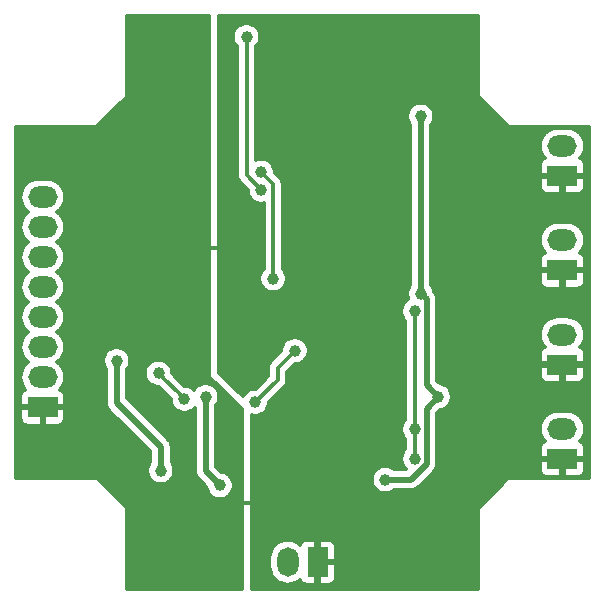
<source format=gbr>
G04 #@! TF.GenerationSoftware,KiCad,Pcbnew,(5.0.0)*
G04 #@! TF.CreationDate,2018-11-04T19:00:02+09:00*
G04 #@! TF.ProjectId,v4220m-eval,76343232306D5F636F6465632E6B6963,rev?*
G04 #@! TF.SameCoordinates,PX2d4cae0PY61c06a0*
G04 #@! TF.FileFunction,Copper,L2,Bot,Signal*
G04 #@! TF.FilePolarity,Positive*
%FSLAX46Y46*%
G04 Gerber Fmt 4.6, Leading zero omitted, Abs format (unit mm)*
G04 Created by KiCad (PCBNEW (5.0.0)) date 11/04/18 19:00:02*
%MOMM*%
%LPD*%
G01*
G04 APERTURE LIST*
G04 #@! TA.AperFunction,ComponentPad*
%ADD10R,2.500000X1.800000*%
G04 #@! TD*
G04 #@! TA.AperFunction,ComponentPad*
%ADD11O,2.500000X1.800000*%
G04 #@! TD*
G04 #@! TA.AperFunction,ComponentPad*
%ADD12O,1.800000X2.500000*%
G04 #@! TD*
G04 #@! TA.AperFunction,ComponentPad*
%ADD13R,1.800000X2.500000*%
G04 #@! TD*
G04 #@! TA.AperFunction,ViaPad*
%ADD14C,1.000000*%
G04 #@! TD*
G04 #@! TA.AperFunction,Conductor*
%ADD15C,0.300000*%
G04 #@! TD*
G04 #@! TA.AperFunction,Conductor*
%ADD16C,0.500000*%
G04 #@! TD*
G04 APERTURE END LIST*
D10*
G04 #@! TO.P,J4,1*
G04 #@! TO.N,GND*
X5500000Y18625000D03*
D11*
G04 #@! TO.P,J4,2*
G04 #@! TO.N,VDDF*
X5500000Y21165000D03*
G04 #@! TO.P,J4,3*
G04 #@! TO.N,/DOUT*
X5500000Y23705000D03*
G04 #@! TO.P,J4,4*
G04 #@! TO.N,/DIN*
X5500000Y26245000D03*
G04 #@! TO.P,J4,5*
G04 #@! TO.N,/SCLK*
X5500000Y28785000D03*
G04 #@! TO.P,J4,6*
G04 #@! TO.N,/LRCK*
X5500000Y31325000D03*
G04 #@! TO.P,J4,7*
G04 #@! TO.N,/XTI*
X5500000Y33865000D03*
G04 #@! TO.P,J4,8*
G04 #@! TO.N,/RSTN*
X5500000Y36405000D03*
G04 #@! TD*
D12*
G04 #@! TO.P,J1,2*
G04 #@! TO.N,/POWER*
X26235000Y5500000D03*
D13*
G04 #@! TO.P,J1,1*
G04 #@! TO.N,GNDA*
X28775000Y5500000D03*
G04 #@! TD*
D11*
G04 #@! TO.P,J2,2*
G04 #@! TO.N,/v4220m-eval_inputbuffer/ANALOG_LIN*
X49500000Y24770000D03*
D10*
G04 #@! TO.P,J2,1*
G04 #@! TO.N,GNDA*
X49500000Y22230000D03*
G04 #@! TD*
G04 #@! TO.P,J3,1*
G04 #@! TO.N,GNDA*
X49500000Y14240000D03*
D11*
G04 #@! TO.P,J3,2*
G04 #@! TO.N,/v4220m-eval_inputbuffer/ANALOG_RIN*
X49500000Y16780000D03*
G04 #@! TD*
G04 #@! TO.P,J5,2*
G04 #@! TO.N,/v4220m-eval_outputbuffer/ANALOG_LOUT*
X49500000Y40750000D03*
D10*
G04 #@! TO.P,J5,1*
G04 #@! TO.N,GNDA*
X49500000Y38210000D03*
G04 #@! TD*
G04 #@! TO.P,J6,1*
G04 #@! TO.N,GNDA*
X49500000Y30220000D03*
D11*
G04 #@! TO.P,J6,2*
G04 #@! TO.N,/v4220m-eval_outputbuffer/ANALOG_ROUT*
X49500000Y32760000D03*
G04 #@! TD*
D14*
G04 #@! TO.N,GNDA*
X34500000Y39300000D03*
X31250000Y39250000D03*
X27000000Y47000000D03*
X27000000Y43100000D03*
X35400000Y24200000D03*
X35400000Y34300000D03*
X25550000Y27700000D03*
X25000000Y51300000D03*
X29000000Y51300000D03*
X33000000Y51300000D03*
X39500000Y27250000D03*
X36750000Y4000000D03*
X32000000Y4000000D03*
X41500000Y4000000D03*
X41500000Y6500000D03*
X36750000Y6500000D03*
X34500000Y8500000D03*
X32000000Y6500000D03*
X39250000Y34250000D03*
X39000000Y41750000D03*
X30300000Y8600000D03*
X25300000Y17100000D03*
X21250000Y45000000D03*
X21250000Y48000000D03*
X21250000Y42000000D03*
X21250000Y39000000D03*
X21250000Y36000000D03*
X46500000Y33750000D03*
X41500000Y48250000D03*
X35750000Y49750000D03*
X39250000Y49750000D03*
X37500000Y51250000D03*
X41500000Y51250000D03*
X36000000Y46000002D03*
X39000000Y46000000D03*
X43000000Y43000000D03*
X46000000Y41500000D03*
X42500000Y33750000D03*
X42500000Y36500000D03*
X46500000Y36500000D03*
X39500000Y29000000D03*
X46750000Y29000000D03*
X46750000Y26500000D03*
X43000000Y29000000D03*
X43000000Y26500000D03*
X43250000Y18250000D03*
X43250000Y21250000D03*
X46000000Y21250000D03*
X46000000Y18250000D03*
X40500000Y18250000D03*
X40500000Y21250000D03*
X39500000Y13000000D03*
X43000000Y13000000D03*
X24300000Y8400000D03*
X24000000Y4000000D03*
X31250000Y13000000D03*
G04 #@! TO.N,VDDA*
X37500000Y28250000D03*
X39000000Y19500018D03*
X34500000Y12500000D03*
X37500000Y43249902D03*
G04 #@! TO.N,VDD*
X20500000Y12000000D03*
X19300000Y19500000D03*
G04 #@! TO.N,GND*
X13500000Y14250000D03*
X17500000Y14250000D03*
X18000000Y21250000D03*
X21499996Y14300000D03*
X7100000Y38900000D03*
X13500000Y4000000D03*
X17500000Y4000000D03*
X21500000Y4000000D03*
X21500000Y6500000D03*
X13500000Y6500000D03*
X17500000Y8500000D03*
X12500000Y11499998D03*
X4000000Y13500000D03*
X7000002Y13500000D03*
X10000000Y13500000D03*
X4000000Y16000000D03*
X7000000Y16000000D03*
X9500000Y20000000D03*
X10500000Y29000000D03*
X13500000Y51000002D03*
X18500000Y51000000D03*
X16000000Y51000000D03*
X18500000Y48000000D03*
X18500000Y45000000D03*
X18500000Y42000000D03*
X18500000Y39000000D03*
X18500000Y36000000D03*
X13500000Y48000000D03*
X13500000Y45000000D03*
X4000000Y41500000D03*
X4000000Y39000000D03*
X7000000Y41500000D03*
X10000002Y41500000D03*
X12000000Y43000002D03*
X9500000Y37000000D03*
X12000000Y37000000D03*
X15000000Y36000000D03*
G04 #@! TO.N,Net-(C20-Pad1)*
X37000000Y16750000D03*
X37000000Y14250000D03*
X37000000Y26750000D03*
G04 #@! TO.N,Net-(R6-Pad2)*
X17500000Y19300000D03*
X15299998Y21500000D03*
G04 #@! TO.N,Net-(R8-Pad2)*
X26850000Y23400000D03*
X23500000Y19050006D03*
G04 #@! TO.N,/v4220m-eval_outputbuffer/CODEC_LOUT_N*
X24011404Y37011404D03*
X22750000Y50000000D03*
G04 #@! TO.N,/v4220m-eval_outputbuffer/CODEC_ROUT_P*
X24000000Y38500000D03*
X25000000Y29500012D03*
G04 #@! TO.N,VDDF*
X11750000Y22575000D03*
X15500000Y13250000D03*
G04 #@! TD*
D15*
G04 #@! TO.N,*
X19260000Y32080000D02*
X20760000Y32080000D01*
X22000000Y10500000D02*
X23500000Y10500000D01*
D16*
G04 #@! TO.N,VDDA*
X35207106Y12500000D02*
X34500000Y12500000D01*
X36656002Y12500000D02*
X35207106Y12500000D01*
X38000000Y13843998D02*
X36656002Y12500000D01*
X39000000Y19500018D02*
X38000000Y18500018D01*
X38000000Y18500018D02*
X38000000Y13843998D01*
X38999982Y19500018D02*
X39000000Y19500018D01*
X38000000Y20500000D02*
X38999982Y19500018D01*
X37500000Y28250000D02*
X38000000Y27750000D01*
X38000000Y27750000D02*
X38000000Y20500000D01*
X37500000Y28250000D02*
X37500000Y43249902D01*
G04 #@! TO.N,VDD*
X19300000Y13200000D02*
X19300000Y19500000D01*
X20500000Y12000000D02*
X19300000Y13200000D01*
D15*
G04 #@! TO.N,Net-(C20-Pad1)*
X37000000Y16750000D02*
X37000000Y14250000D01*
X37000000Y16750000D02*
X37000000Y26750000D01*
G04 #@! TO.N,Net-(R6-Pad2)*
X15799997Y21000001D02*
X15299998Y21500000D01*
X17500000Y19300000D02*
X16999999Y19799999D01*
X16999999Y19799999D02*
X15799997Y21000001D01*
G04 #@! TO.N,Net-(R8-Pad2)*
X23500006Y19050006D02*
X23500000Y19050006D01*
X25400000Y20950000D02*
X23500006Y19050006D01*
X26850000Y23400000D02*
X25400000Y21950000D01*
X25400000Y21950000D02*
X25400000Y20950000D01*
G04 #@! TO.N,/v4220m-eval_outputbuffer/CODEC_LOUT_N*
X22750000Y49292894D02*
X22750000Y50000000D01*
X22750000Y38272808D02*
X22750000Y49292894D01*
X24011404Y37011404D02*
X22750000Y38272808D01*
G04 #@! TO.N,/v4220m-eval_outputbuffer/CODEC_ROUT_P*
X25000000Y30207118D02*
X25000000Y29500012D01*
X25000000Y37500000D02*
X25000000Y30207118D01*
X24000000Y38500000D02*
X25000000Y37500000D01*
D16*
G04 #@! TO.N,VDDF*
X11750000Y22575000D02*
X11750000Y19000000D01*
X11750000Y19000000D02*
X15500000Y15250000D01*
X15500000Y15250000D02*
X15500000Y13250000D01*
G04 #@! TD*
D15*
G04 #@! TO.N,GND*
G36*
X19550000Y21300000D02*
X19552882Y21270736D01*
X19561418Y21242597D01*
X19575280Y21216664D01*
X19593934Y21193934D01*
X22350000Y18437868D01*
X22350000Y3250000D01*
X12650000Y3250000D01*
X12650000Y10000000D01*
X12647118Y10029264D01*
X12638582Y10057403D01*
X12624720Y10083336D01*
X12606066Y10106066D01*
X10106066Y12606066D01*
X10083336Y12624720D01*
X10057403Y12638582D01*
X10029264Y12647118D01*
X10000000Y12650000D01*
X3250000Y12650000D01*
X3250000Y18362500D01*
X3600000Y18362500D01*
X3600000Y17660980D01*
X3624979Y17535402D01*
X3673978Y17417109D01*
X3745112Y17310649D01*
X3835649Y17220112D01*
X3942110Y17148977D01*
X4060402Y17099979D01*
X4185981Y17075000D01*
X5237500Y17075000D01*
X5400000Y17237500D01*
X5400000Y18525000D01*
X5600000Y18525000D01*
X5600000Y17237500D01*
X5762500Y17075000D01*
X6814019Y17075000D01*
X6939598Y17099979D01*
X7057890Y17148977D01*
X7164351Y17220112D01*
X7254888Y17310649D01*
X7326022Y17417109D01*
X7375021Y17535402D01*
X7400000Y17660980D01*
X7400000Y18362500D01*
X7237500Y18525000D01*
X5600000Y18525000D01*
X5400000Y18525000D01*
X3762500Y18525000D01*
X3600000Y18362500D01*
X3250000Y18362500D01*
X3250000Y36405000D01*
X3592501Y36405000D01*
X3622428Y36101147D01*
X3711059Y35808971D01*
X3854987Y35539700D01*
X4048682Y35303682D01*
X4254222Y35135000D01*
X4048682Y34966318D01*
X3854987Y34730300D01*
X3711059Y34461029D01*
X3622428Y34168853D01*
X3592501Y33865000D01*
X3622428Y33561147D01*
X3711059Y33268971D01*
X3854987Y32999700D01*
X4048682Y32763682D01*
X4254222Y32595000D01*
X4048682Y32426318D01*
X3854987Y32190300D01*
X3711059Y31921029D01*
X3622428Y31628853D01*
X3592501Y31325000D01*
X3622428Y31021147D01*
X3711059Y30728971D01*
X3854987Y30459700D01*
X4048682Y30223682D01*
X4254222Y30055000D01*
X4048682Y29886318D01*
X3854987Y29650300D01*
X3711059Y29381029D01*
X3622428Y29088853D01*
X3592501Y28785000D01*
X3622428Y28481147D01*
X3711059Y28188971D01*
X3854987Y27919700D01*
X4048682Y27683682D01*
X4254222Y27515000D01*
X4048682Y27346318D01*
X3854987Y27110300D01*
X3711059Y26841029D01*
X3622428Y26548853D01*
X3592501Y26245000D01*
X3622428Y25941147D01*
X3711059Y25648971D01*
X3854987Y25379700D01*
X4048682Y25143682D01*
X4254222Y24975000D01*
X4048682Y24806318D01*
X3854987Y24570300D01*
X3711059Y24301029D01*
X3622428Y24008853D01*
X3592501Y23705000D01*
X3622428Y23401147D01*
X3711059Y23108971D01*
X3854987Y22839700D01*
X4048682Y22603682D01*
X4254222Y22435000D01*
X4048682Y22266318D01*
X3854987Y22030300D01*
X3711059Y21761029D01*
X3622428Y21468853D01*
X3592501Y21165000D01*
X3622428Y20861147D01*
X3711059Y20568971D01*
X3854987Y20299700D01*
X3998775Y20124494D01*
X3942110Y20101023D01*
X3835649Y20029888D01*
X3745112Y19939351D01*
X3673978Y19832891D01*
X3624979Y19714598D01*
X3600000Y19589020D01*
X3600000Y18887500D01*
X3762500Y18725000D01*
X5400000Y18725000D01*
X5400000Y18745000D01*
X5600000Y18745000D01*
X5600000Y18725000D01*
X7237500Y18725000D01*
X7400000Y18887500D01*
X7400000Y19589020D01*
X7375021Y19714598D01*
X7326022Y19832891D01*
X7254888Y19939351D01*
X7164351Y20029888D01*
X7057890Y20101023D01*
X7001225Y20124494D01*
X7145013Y20299700D01*
X7288941Y20568971D01*
X7377572Y20861147D01*
X7407499Y21165000D01*
X7377572Y21468853D01*
X7288941Y21761029D01*
X7145013Y22030300D01*
X6951318Y22266318D01*
X6745778Y22435000D01*
X6951318Y22603682D01*
X7020733Y22688265D01*
X10600000Y22688265D01*
X10600000Y22461735D01*
X10644194Y22239557D01*
X10730884Y22030271D01*
X10850000Y21852000D01*
X10850001Y19044216D01*
X10845646Y19000000D01*
X10863023Y18823570D01*
X10914487Y18653919D01*
X10998057Y18497569D01*
X11082345Y18394863D01*
X11082348Y18394860D01*
X11110526Y18360525D01*
X11144861Y18332347D01*
X14600000Y14877208D01*
X14600001Y13973000D01*
X14480884Y13794729D01*
X14394194Y13585443D01*
X14350000Y13363265D01*
X14350000Y13136735D01*
X14394194Y12914557D01*
X14480884Y12705271D01*
X14606737Y12516918D01*
X14766918Y12356737D01*
X14955271Y12230884D01*
X15164557Y12144194D01*
X15386735Y12100000D01*
X15613265Y12100000D01*
X15835443Y12144194D01*
X16044729Y12230884D01*
X16233082Y12356737D01*
X16393263Y12516918D01*
X16519116Y12705271D01*
X16605806Y12914557D01*
X16650000Y13136735D01*
X16650000Y13363265D01*
X16605806Y13585443D01*
X16519116Y13794729D01*
X16400000Y13972999D01*
X16400000Y15205793D01*
X16404354Y15250000D01*
X16386977Y15426431D01*
X16335514Y15596080D01*
X16335514Y15596081D01*
X16251943Y15752432D01*
X16139475Y15889475D01*
X16105136Y15917656D01*
X12650000Y19372792D01*
X12650000Y21613265D01*
X14149998Y21613265D01*
X14149998Y21386735D01*
X14194192Y21164557D01*
X14280882Y20955271D01*
X14406735Y20766918D01*
X14566916Y20606737D01*
X14755269Y20480884D01*
X14964555Y20394194D01*
X15186733Y20350000D01*
X15318628Y20350000D01*
X16350000Y19318627D01*
X16350000Y19186735D01*
X16394194Y18964557D01*
X16480884Y18755271D01*
X16606737Y18566918D01*
X16766918Y18406737D01*
X16955271Y18280884D01*
X17164557Y18194194D01*
X17386735Y18150000D01*
X17613265Y18150000D01*
X17835443Y18194194D01*
X18044729Y18280884D01*
X18233082Y18406737D01*
X18393263Y18566918D01*
X18400001Y18577002D01*
X18400000Y13244207D01*
X18395646Y13200000D01*
X18413023Y13023570D01*
X18464486Y12853920D01*
X18548057Y12697569D01*
X18660525Y12560525D01*
X18694865Y12532343D01*
X19352366Y11874842D01*
X19394194Y11664557D01*
X19480884Y11455271D01*
X19606737Y11266918D01*
X19766918Y11106737D01*
X19955271Y10980884D01*
X20164557Y10894194D01*
X20386735Y10850000D01*
X20613265Y10850000D01*
X20835443Y10894194D01*
X21044729Y10980884D01*
X21233082Y11106737D01*
X21393263Y11266918D01*
X21519116Y11455271D01*
X21605806Y11664557D01*
X21650000Y11886735D01*
X21650000Y12113265D01*
X21605806Y12335443D01*
X21519116Y12544729D01*
X21393263Y12733082D01*
X21233082Y12893263D01*
X21044729Y13019116D01*
X20835443Y13105806D01*
X20625158Y13147634D01*
X20200000Y13572792D01*
X20200000Y18777001D01*
X20319116Y18955271D01*
X20405806Y19164557D01*
X20450000Y19386735D01*
X20450000Y19613265D01*
X20405806Y19835443D01*
X20319116Y20044729D01*
X20193263Y20233082D01*
X20033082Y20393263D01*
X19844729Y20519116D01*
X19635443Y20605806D01*
X19413265Y20650000D01*
X19186735Y20650000D01*
X18964557Y20605806D01*
X18755271Y20519116D01*
X18566918Y20393263D01*
X18406737Y20233082D01*
X18321231Y20105114D01*
X18233082Y20193263D01*
X18044729Y20319116D01*
X17835443Y20405806D01*
X17613265Y20450000D01*
X17481369Y20450000D01*
X16449998Y21481370D01*
X16449998Y21613265D01*
X16405804Y21835443D01*
X16319114Y22044729D01*
X16193261Y22233082D01*
X16033080Y22393263D01*
X15844727Y22519116D01*
X15635441Y22605806D01*
X15413263Y22650000D01*
X15186733Y22650000D01*
X14964555Y22605806D01*
X14755269Y22519116D01*
X14566916Y22393263D01*
X14406735Y22233082D01*
X14280882Y22044729D01*
X14194192Y21835443D01*
X14149998Y21613265D01*
X12650000Y21613265D01*
X12650000Y21852001D01*
X12769116Y22030271D01*
X12855806Y22239557D01*
X12900000Y22461735D01*
X12900000Y22688265D01*
X12855806Y22910443D01*
X12769116Y23119729D01*
X12643263Y23308082D01*
X12483082Y23468263D01*
X12294729Y23594116D01*
X12085443Y23680806D01*
X11863265Y23725000D01*
X11636735Y23725000D01*
X11414557Y23680806D01*
X11205271Y23594116D01*
X11016918Y23468263D01*
X10856737Y23308082D01*
X10730884Y23119729D01*
X10644194Y22910443D01*
X10600000Y22688265D01*
X7020733Y22688265D01*
X7145013Y22839700D01*
X7288941Y23108971D01*
X7377572Y23401147D01*
X7407499Y23705000D01*
X7377572Y24008853D01*
X7288941Y24301029D01*
X7145013Y24570300D01*
X6951318Y24806318D01*
X6745778Y24975000D01*
X6951318Y25143682D01*
X7145013Y25379700D01*
X7288941Y25648971D01*
X7377572Y25941147D01*
X7407499Y26245000D01*
X7377572Y26548853D01*
X7288941Y26841029D01*
X7145013Y27110300D01*
X6951318Y27346318D01*
X6745778Y27515000D01*
X6951318Y27683682D01*
X7145013Y27919700D01*
X7288941Y28188971D01*
X7377572Y28481147D01*
X7407499Y28785000D01*
X7377572Y29088853D01*
X7288941Y29381029D01*
X7145013Y29650300D01*
X6951318Y29886318D01*
X6745778Y30055000D01*
X6951318Y30223682D01*
X7145013Y30459700D01*
X7288941Y30728971D01*
X7377572Y31021147D01*
X7407499Y31325000D01*
X7377572Y31628853D01*
X7288941Y31921029D01*
X7145013Y32190300D01*
X6951318Y32426318D01*
X6745778Y32595000D01*
X6951318Y32763682D01*
X7145013Y32999700D01*
X7288941Y33268971D01*
X7377572Y33561147D01*
X7407499Y33865000D01*
X7377572Y34168853D01*
X7288941Y34461029D01*
X7145013Y34730300D01*
X6951318Y34966318D01*
X6745778Y35135000D01*
X6951318Y35303682D01*
X7145013Y35539700D01*
X7288941Y35808971D01*
X7377572Y36101147D01*
X7407499Y36405000D01*
X7377572Y36708853D01*
X7288941Y37001029D01*
X7145013Y37270300D01*
X6951318Y37506318D01*
X6715300Y37700013D01*
X6446029Y37843941D01*
X6153853Y37932572D01*
X5926138Y37955000D01*
X5073862Y37955000D01*
X4846147Y37932572D01*
X4553971Y37843941D01*
X4284700Y37700013D01*
X4048682Y37506318D01*
X3854987Y37270300D01*
X3711059Y37001029D01*
X3622428Y36708853D01*
X3592501Y36405000D01*
X3250000Y36405000D01*
X3250000Y42350000D01*
X10000000Y42350000D01*
X10029264Y42352882D01*
X10057403Y42361418D01*
X10083336Y42375280D01*
X10106066Y42393934D01*
X12606066Y44893934D01*
X12624720Y44916664D01*
X12638582Y44942597D01*
X12647118Y44970736D01*
X12650000Y45000000D01*
X12650000Y51750000D01*
X19550000Y51750000D01*
X19550000Y21300000D01*
X19550000Y21300000D01*
G37*
X19550000Y21300000D02*
X19552882Y21270736D01*
X19561418Y21242597D01*
X19575280Y21216664D01*
X19593934Y21193934D01*
X22350000Y18437868D01*
X22350000Y3250000D01*
X12650000Y3250000D01*
X12650000Y10000000D01*
X12647118Y10029264D01*
X12638582Y10057403D01*
X12624720Y10083336D01*
X12606066Y10106066D01*
X10106066Y12606066D01*
X10083336Y12624720D01*
X10057403Y12638582D01*
X10029264Y12647118D01*
X10000000Y12650000D01*
X3250000Y12650000D01*
X3250000Y18362500D01*
X3600000Y18362500D01*
X3600000Y17660980D01*
X3624979Y17535402D01*
X3673978Y17417109D01*
X3745112Y17310649D01*
X3835649Y17220112D01*
X3942110Y17148977D01*
X4060402Y17099979D01*
X4185981Y17075000D01*
X5237500Y17075000D01*
X5400000Y17237500D01*
X5400000Y18525000D01*
X5600000Y18525000D01*
X5600000Y17237500D01*
X5762500Y17075000D01*
X6814019Y17075000D01*
X6939598Y17099979D01*
X7057890Y17148977D01*
X7164351Y17220112D01*
X7254888Y17310649D01*
X7326022Y17417109D01*
X7375021Y17535402D01*
X7400000Y17660980D01*
X7400000Y18362500D01*
X7237500Y18525000D01*
X5600000Y18525000D01*
X5400000Y18525000D01*
X3762500Y18525000D01*
X3600000Y18362500D01*
X3250000Y18362500D01*
X3250000Y36405000D01*
X3592501Y36405000D01*
X3622428Y36101147D01*
X3711059Y35808971D01*
X3854987Y35539700D01*
X4048682Y35303682D01*
X4254222Y35135000D01*
X4048682Y34966318D01*
X3854987Y34730300D01*
X3711059Y34461029D01*
X3622428Y34168853D01*
X3592501Y33865000D01*
X3622428Y33561147D01*
X3711059Y33268971D01*
X3854987Y32999700D01*
X4048682Y32763682D01*
X4254222Y32595000D01*
X4048682Y32426318D01*
X3854987Y32190300D01*
X3711059Y31921029D01*
X3622428Y31628853D01*
X3592501Y31325000D01*
X3622428Y31021147D01*
X3711059Y30728971D01*
X3854987Y30459700D01*
X4048682Y30223682D01*
X4254222Y30055000D01*
X4048682Y29886318D01*
X3854987Y29650300D01*
X3711059Y29381029D01*
X3622428Y29088853D01*
X3592501Y28785000D01*
X3622428Y28481147D01*
X3711059Y28188971D01*
X3854987Y27919700D01*
X4048682Y27683682D01*
X4254222Y27515000D01*
X4048682Y27346318D01*
X3854987Y27110300D01*
X3711059Y26841029D01*
X3622428Y26548853D01*
X3592501Y26245000D01*
X3622428Y25941147D01*
X3711059Y25648971D01*
X3854987Y25379700D01*
X4048682Y25143682D01*
X4254222Y24975000D01*
X4048682Y24806318D01*
X3854987Y24570300D01*
X3711059Y24301029D01*
X3622428Y24008853D01*
X3592501Y23705000D01*
X3622428Y23401147D01*
X3711059Y23108971D01*
X3854987Y22839700D01*
X4048682Y22603682D01*
X4254222Y22435000D01*
X4048682Y22266318D01*
X3854987Y22030300D01*
X3711059Y21761029D01*
X3622428Y21468853D01*
X3592501Y21165000D01*
X3622428Y20861147D01*
X3711059Y20568971D01*
X3854987Y20299700D01*
X3998775Y20124494D01*
X3942110Y20101023D01*
X3835649Y20029888D01*
X3745112Y19939351D01*
X3673978Y19832891D01*
X3624979Y19714598D01*
X3600000Y19589020D01*
X3600000Y18887500D01*
X3762500Y18725000D01*
X5400000Y18725000D01*
X5400000Y18745000D01*
X5600000Y18745000D01*
X5600000Y18725000D01*
X7237500Y18725000D01*
X7400000Y18887500D01*
X7400000Y19589020D01*
X7375021Y19714598D01*
X7326022Y19832891D01*
X7254888Y19939351D01*
X7164351Y20029888D01*
X7057890Y20101023D01*
X7001225Y20124494D01*
X7145013Y20299700D01*
X7288941Y20568971D01*
X7377572Y20861147D01*
X7407499Y21165000D01*
X7377572Y21468853D01*
X7288941Y21761029D01*
X7145013Y22030300D01*
X6951318Y22266318D01*
X6745778Y22435000D01*
X6951318Y22603682D01*
X7020733Y22688265D01*
X10600000Y22688265D01*
X10600000Y22461735D01*
X10644194Y22239557D01*
X10730884Y22030271D01*
X10850000Y21852000D01*
X10850001Y19044216D01*
X10845646Y19000000D01*
X10863023Y18823570D01*
X10914487Y18653919D01*
X10998057Y18497569D01*
X11082345Y18394863D01*
X11082348Y18394860D01*
X11110526Y18360525D01*
X11144861Y18332347D01*
X14600000Y14877208D01*
X14600001Y13973000D01*
X14480884Y13794729D01*
X14394194Y13585443D01*
X14350000Y13363265D01*
X14350000Y13136735D01*
X14394194Y12914557D01*
X14480884Y12705271D01*
X14606737Y12516918D01*
X14766918Y12356737D01*
X14955271Y12230884D01*
X15164557Y12144194D01*
X15386735Y12100000D01*
X15613265Y12100000D01*
X15835443Y12144194D01*
X16044729Y12230884D01*
X16233082Y12356737D01*
X16393263Y12516918D01*
X16519116Y12705271D01*
X16605806Y12914557D01*
X16650000Y13136735D01*
X16650000Y13363265D01*
X16605806Y13585443D01*
X16519116Y13794729D01*
X16400000Y13972999D01*
X16400000Y15205793D01*
X16404354Y15250000D01*
X16386977Y15426431D01*
X16335514Y15596080D01*
X16335514Y15596081D01*
X16251943Y15752432D01*
X16139475Y15889475D01*
X16105136Y15917656D01*
X12650000Y19372792D01*
X12650000Y21613265D01*
X14149998Y21613265D01*
X14149998Y21386735D01*
X14194192Y21164557D01*
X14280882Y20955271D01*
X14406735Y20766918D01*
X14566916Y20606737D01*
X14755269Y20480884D01*
X14964555Y20394194D01*
X15186733Y20350000D01*
X15318628Y20350000D01*
X16350000Y19318627D01*
X16350000Y19186735D01*
X16394194Y18964557D01*
X16480884Y18755271D01*
X16606737Y18566918D01*
X16766918Y18406737D01*
X16955271Y18280884D01*
X17164557Y18194194D01*
X17386735Y18150000D01*
X17613265Y18150000D01*
X17835443Y18194194D01*
X18044729Y18280884D01*
X18233082Y18406737D01*
X18393263Y18566918D01*
X18400001Y18577002D01*
X18400000Y13244207D01*
X18395646Y13200000D01*
X18413023Y13023570D01*
X18464486Y12853920D01*
X18548057Y12697569D01*
X18660525Y12560525D01*
X18694865Y12532343D01*
X19352366Y11874842D01*
X19394194Y11664557D01*
X19480884Y11455271D01*
X19606737Y11266918D01*
X19766918Y11106737D01*
X19955271Y10980884D01*
X20164557Y10894194D01*
X20386735Y10850000D01*
X20613265Y10850000D01*
X20835443Y10894194D01*
X21044729Y10980884D01*
X21233082Y11106737D01*
X21393263Y11266918D01*
X21519116Y11455271D01*
X21605806Y11664557D01*
X21650000Y11886735D01*
X21650000Y12113265D01*
X21605806Y12335443D01*
X21519116Y12544729D01*
X21393263Y12733082D01*
X21233082Y12893263D01*
X21044729Y13019116D01*
X20835443Y13105806D01*
X20625158Y13147634D01*
X20200000Y13572792D01*
X20200000Y18777001D01*
X20319116Y18955271D01*
X20405806Y19164557D01*
X20450000Y19386735D01*
X20450000Y19613265D01*
X20405806Y19835443D01*
X20319116Y20044729D01*
X20193263Y20233082D01*
X20033082Y20393263D01*
X19844729Y20519116D01*
X19635443Y20605806D01*
X19413265Y20650000D01*
X19186735Y20650000D01*
X18964557Y20605806D01*
X18755271Y20519116D01*
X18566918Y20393263D01*
X18406737Y20233082D01*
X18321231Y20105114D01*
X18233082Y20193263D01*
X18044729Y20319116D01*
X17835443Y20405806D01*
X17613265Y20450000D01*
X17481369Y20450000D01*
X16449998Y21481370D01*
X16449998Y21613265D01*
X16405804Y21835443D01*
X16319114Y22044729D01*
X16193261Y22233082D01*
X16033080Y22393263D01*
X15844727Y22519116D01*
X15635441Y22605806D01*
X15413263Y22650000D01*
X15186733Y22650000D01*
X14964555Y22605806D01*
X14755269Y22519116D01*
X14566916Y22393263D01*
X14406735Y22233082D01*
X14280882Y22044729D01*
X14194192Y21835443D01*
X14149998Y21613265D01*
X12650000Y21613265D01*
X12650000Y21852001D01*
X12769116Y22030271D01*
X12855806Y22239557D01*
X12900000Y22461735D01*
X12900000Y22688265D01*
X12855806Y22910443D01*
X12769116Y23119729D01*
X12643263Y23308082D01*
X12483082Y23468263D01*
X12294729Y23594116D01*
X12085443Y23680806D01*
X11863265Y23725000D01*
X11636735Y23725000D01*
X11414557Y23680806D01*
X11205271Y23594116D01*
X11016918Y23468263D01*
X10856737Y23308082D01*
X10730884Y23119729D01*
X10644194Y22910443D01*
X10600000Y22688265D01*
X7020733Y22688265D01*
X7145013Y22839700D01*
X7288941Y23108971D01*
X7377572Y23401147D01*
X7407499Y23705000D01*
X7377572Y24008853D01*
X7288941Y24301029D01*
X7145013Y24570300D01*
X6951318Y24806318D01*
X6745778Y24975000D01*
X6951318Y25143682D01*
X7145013Y25379700D01*
X7288941Y25648971D01*
X7377572Y25941147D01*
X7407499Y26245000D01*
X7377572Y26548853D01*
X7288941Y26841029D01*
X7145013Y27110300D01*
X6951318Y27346318D01*
X6745778Y27515000D01*
X6951318Y27683682D01*
X7145013Y27919700D01*
X7288941Y28188971D01*
X7377572Y28481147D01*
X7407499Y28785000D01*
X7377572Y29088853D01*
X7288941Y29381029D01*
X7145013Y29650300D01*
X6951318Y29886318D01*
X6745778Y30055000D01*
X6951318Y30223682D01*
X7145013Y30459700D01*
X7288941Y30728971D01*
X7377572Y31021147D01*
X7407499Y31325000D01*
X7377572Y31628853D01*
X7288941Y31921029D01*
X7145013Y32190300D01*
X6951318Y32426318D01*
X6745778Y32595000D01*
X6951318Y32763682D01*
X7145013Y32999700D01*
X7288941Y33268971D01*
X7377572Y33561147D01*
X7407499Y33865000D01*
X7377572Y34168853D01*
X7288941Y34461029D01*
X7145013Y34730300D01*
X6951318Y34966318D01*
X6745778Y35135000D01*
X6951318Y35303682D01*
X7145013Y35539700D01*
X7288941Y35808971D01*
X7377572Y36101147D01*
X7407499Y36405000D01*
X7377572Y36708853D01*
X7288941Y37001029D01*
X7145013Y37270300D01*
X6951318Y37506318D01*
X6715300Y37700013D01*
X6446029Y37843941D01*
X6153853Y37932572D01*
X5926138Y37955000D01*
X5073862Y37955000D01*
X4846147Y37932572D01*
X4553971Y37843941D01*
X4284700Y37700013D01*
X4048682Y37506318D01*
X3854987Y37270300D01*
X3711059Y37001029D01*
X3622428Y36708853D01*
X3592501Y36405000D01*
X3250000Y36405000D01*
X3250000Y42350000D01*
X10000000Y42350000D01*
X10029264Y42352882D01*
X10057403Y42361418D01*
X10083336Y42375280D01*
X10106066Y42393934D01*
X12606066Y44893934D01*
X12624720Y44916664D01*
X12638582Y44942597D01*
X12647118Y44970736D01*
X12650000Y45000000D01*
X12650000Y51750000D01*
X19550000Y51750000D01*
X19550000Y21300000D01*
G04 #@! TO.N,GNDA*
G36*
X42350000Y45000000D02*
X42352882Y44970736D01*
X42361418Y44942597D01*
X42375280Y44916664D01*
X42393934Y44893934D01*
X44893934Y42393934D01*
X44916664Y42375280D01*
X44942597Y42361418D01*
X44970736Y42352882D01*
X45000000Y42350000D01*
X51750001Y42350000D01*
X51750000Y12650000D01*
X45000000Y12650000D01*
X44970736Y12647118D01*
X44942597Y12638582D01*
X44916664Y12624720D01*
X44893934Y12606066D01*
X42393934Y10106066D01*
X42375280Y10083336D01*
X42361418Y10057403D01*
X42352882Y10029264D01*
X42350000Y10000000D01*
X42350000Y3250000D01*
X23250000Y3250000D01*
X23250000Y5926138D01*
X24685000Y5926138D01*
X24685000Y5073863D01*
X24707428Y4846148D01*
X24796059Y4553972D01*
X24939987Y4284701D01*
X25133682Y4048682D01*
X25369700Y3854987D01*
X25638971Y3711059D01*
X25931147Y3622428D01*
X26235000Y3592501D01*
X26538852Y3622428D01*
X26831028Y3711059D01*
X27100299Y3854987D01*
X27275506Y3998775D01*
X27298977Y3942110D01*
X27370112Y3835649D01*
X27460649Y3745112D01*
X27567109Y3673978D01*
X27685402Y3624979D01*
X27810980Y3600000D01*
X28512500Y3600000D01*
X28675000Y3762500D01*
X28675000Y5400000D01*
X28875000Y5400000D01*
X28875000Y3762500D01*
X29037500Y3600000D01*
X29739020Y3600000D01*
X29864598Y3624979D01*
X29982891Y3673978D01*
X30089351Y3745112D01*
X30179888Y3835649D01*
X30251023Y3942110D01*
X30300021Y4060402D01*
X30325000Y4185981D01*
X30325000Y5237500D01*
X30162500Y5400000D01*
X28875000Y5400000D01*
X28675000Y5400000D01*
X28655000Y5400000D01*
X28655000Y5600000D01*
X28675000Y5600000D01*
X28675000Y7237500D01*
X28875000Y7237500D01*
X28875000Y5600000D01*
X30162500Y5600000D01*
X30325000Y5762500D01*
X30325000Y6814019D01*
X30300021Y6939598D01*
X30251023Y7057890D01*
X30179888Y7164351D01*
X30089351Y7254888D01*
X29982891Y7326022D01*
X29864598Y7375021D01*
X29739020Y7400000D01*
X29037500Y7400000D01*
X28875000Y7237500D01*
X28675000Y7237500D01*
X28512500Y7400000D01*
X27810980Y7400000D01*
X27685402Y7375021D01*
X27567109Y7326022D01*
X27460649Y7254888D01*
X27370112Y7164351D01*
X27298977Y7057890D01*
X27275506Y7001225D01*
X27100300Y7145013D01*
X26831029Y7288941D01*
X26538853Y7377572D01*
X26235000Y7407499D01*
X25931148Y7377572D01*
X25638972Y7288941D01*
X25369701Y7145013D01*
X25133682Y6951318D01*
X24939987Y6715300D01*
X24796059Y6446029D01*
X24707428Y6153853D01*
X24685000Y5926138D01*
X23250000Y5926138D01*
X23250000Y12613265D01*
X33350000Y12613265D01*
X33350000Y12386735D01*
X33394194Y12164557D01*
X33480884Y11955271D01*
X33606737Y11766918D01*
X33766918Y11606737D01*
X33955271Y11480884D01*
X34164557Y11394194D01*
X34386735Y11350000D01*
X34613265Y11350000D01*
X34835443Y11394194D01*
X35044729Y11480884D01*
X35222999Y11600000D01*
X36611796Y11600000D01*
X36656002Y11595646D01*
X36700208Y11600000D01*
X36700209Y11600000D01*
X36832433Y11613023D01*
X37002083Y11664486D01*
X37158434Y11748057D01*
X37295477Y11860525D01*
X37323659Y11894865D01*
X38605140Y13176345D01*
X38639475Y13204523D01*
X38678392Y13251943D01*
X38751942Y13341565D01*
X38770578Y13376430D01*
X38835514Y13497917D01*
X38886977Y13667567D01*
X38900000Y13799791D01*
X38900000Y13799793D01*
X38904354Y13843997D01*
X38900000Y13888201D01*
X38900000Y13977500D01*
X47600000Y13977500D01*
X47600000Y13275980D01*
X47624979Y13150402D01*
X47673978Y13032109D01*
X47745112Y12925649D01*
X47835649Y12835112D01*
X47942110Y12763977D01*
X48060402Y12714979D01*
X48185981Y12690000D01*
X49237500Y12690000D01*
X49400000Y12852500D01*
X49400000Y14140000D01*
X49600000Y14140000D01*
X49600000Y12852500D01*
X49762500Y12690000D01*
X50814019Y12690000D01*
X50939598Y12714979D01*
X51057890Y12763977D01*
X51164351Y12835112D01*
X51254888Y12925649D01*
X51326022Y13032109D01*
X51375021Y13150402D01*
X51400000Y13275980D01*
X51400000Y13977500D01*
X51237500Y14140000D01*
X49600000Y14140000D01*
X49400000Y14140000D01*
X47762500Y14140000D01*
X47600000Y13977500D01*
X38900000Y13977500D01*
X38900000Y16780000D01*
X47592501Y16780000D01*
X47622428Y16476147D01*
X47711059Y16183971D01*
X47854987Y15914700D01*
X47998775Y15739494D01*
X47942110Y15716023D01*
X47835649Y15644888D01*
X47745112Y15554351D01*
X47673978Y15447891D01*
X47624979Y15329598D01*
X47600000Y15204020D01*
X47600000Y14502500D01*
X47762500Y14340000D01*
X49400000Y14340000D01*
X49400000Y14360000D01*
X49600000Y14360000D01*
X49600000Y14340000D01*
X51237500Y14340000D01*
X51400000Y14502500D01*
X51400000Y15204020D01*
X51375021Y15329598D01*
X51326022Y15447891D01*
X51254888Y15554351D01*
X51164351Y15644888D01*
X51057890Y15716023D01*
X51001225Y15739494D01*
X51145013Y15914700D01*
X51288941Y16183971D01*
X51377572Y16476147D01*
X51407499Y16780000D01*
X51377572Y17083853D01*
X51288941Y17376029D01*
X51145013Y17645300D01*
X50951318Y17881318D01*
X50715300Y18075013D01*
X50446029Y18218941D01*
X50153853Y18307572D01*
X49926138Y18330000D01*
X49073862Y18330000D01*
X48846147Y18307572D01*
X48553971Y18218941D01*
X48284700Y18075013D01*
X48048682Y17881318D01*
X47854987Y17645300D01*
X47711059Y17376029D01*
X47622428Y17083853D01*
X47592501Y16780000D01*
X38900000Y16780000D01*
X38900000Y18127226D01*
X39125158Y18352384D01*
X39335443Y18394212D01*
X39544729Y18480902D01*
X39733082Y18606755D01*
X39893263Y18766936D01*
X40019116Y18955289D01*
X40105806Y19164575D01*
X40150000Y19386753D01*
X40150000Y19613283D01*
X40105806Y19835461D01*
X40019116Y20044747D01*
X39893263Y20233100D01*
X39733082Y20393281D01*
X39544729Y20519134D01*
X39335443Y20605824D01*
X39125136Y20647657D01*
X38900000Y20872792D01*
X38900000Y21967500D01*
X47600000Y21967500D01*
X47600000Y21265980D01*
X47624979Y21140402D01*
X47673978Y21022109D01*
X47745112Y20915649D01*
X47835649Y20825112D01*
X47942110Y20753977D01*
X48060402Y20704979D01*
X48185981Y20680000D01*
X49237500Y20680000D01*
X49400000Y20842500D01*
X49400000Y22130000D01*
X49600000Y22130000D01*
X49600000Y20842500D01*
X49762500Y20680000D01*
X50814019Y20680000D01*
X50939598Y20704979D01*
X51057890Y20753977D01*
X51164351Y20825112D01*
X51254888Y20915649D01*
X51326022Y21022109D01*
X51375021Y21140402D01*
X51400000Y21265980D01*
X51400000Y21967500D01*
X51237500Y22130000D01*
X49600000Y22130000D01*
X49400000Y22130000D01*
X47762500Y22130000D01*
X47600000Y21967500D01*
X38900000Y21967500D01*
X38900000Y24770000D01*
X47592501Y24770000D01*
X47622428Y24466147D01*
X47711059Y24173971D01*
X47854987Y23904700D01*
X47998775Y23729494D01*
X47942110Y23706023D01*
X47835649Y23634888D01*
X47745112Y23544351D01*
X47673978Y23437891D01*
X47624979Y23319598D01*
X47600000Y23194020D01*
X47600000Y22492500D01*
X47762500Y22330000D01*
X49400000Y22330000D01*
X49400000Y22350000D01*
X49600000Y22350000D01*
X49600000Y22330000D01*
X51237500Y22330000D01*
X51400000Y22492500D01*
X51400000Y23194020D01*
X51375021Y23319598D01*
X51326022Y23437891D01*
X51254888Y23544351D01*
X51164351Y23634888D01*
X51057890Y23706023D01*
X51001225Y23729494D01*
X51145013Y23904700D01*
X51288941Y24173971D01*
X51377572Y24466147D01*
X51407499Y24770000D01*
X51377572Y25073853D01*
X51288941Y25366029D01*
X51145013Y25635300D01*
X50951318Y25871318D01*
X50715300Y26065013D01*
X50446029Y26208941D01*
X50153853Y26297572D01*
X49926138Y26320000D01*
X49073862Y26320000D01*
X48846147Y26297572D01*
X48553971Y26208941D01*
X48284700Y26065013D01*
X48048682Y25871318D01*
X47854987Y25635300D01*
X47711059Y25366029D01*
X47622428Y25073853D01*
X47592501Y24770000D01*
X38900000Y24770000D01*
X38900000Y27705793D01*
X38904354Y27750000D01*
X38886977Y27926431D01*
X38835514Y28096081D01*
X38751943Y28252432D01*
X38646486Y28380932D01*
X38605806Y28585443D01*
X38519116Y28794729D01*
X38400000Y28972999D01*
X38400000Y29957500D01*
X47600000Y29957500D01*
X47600000Y29255980D01*
X47624979Y29130402D01*
X47673978Y29012109D01*
X47745112Y28905649D01*
X47835649Y28815112D01*
X47942110Y28743977D01*
X48060402Y28694979D01*
X48185981Y28670000D01*
X49237500Y28670000D01*
X49400000Y28832500D01*
X49400000Y30120000D01*
X49600000Y30120000D01*
X49600000Y28832500D01*
X49762500Y28670000D01*
X50814019Y28670000D01*
X50939598Y28694979D01*
X51057890Y28743977D01*
X51164351Y28815112D01*
X51254888Y28905649D01*
X51326022Y29012109D01*
X51375021Y29130402D01*
X51400000Y29255980D01*
X51400000Y29957500D01*
X51237500Y30120000D01*
X49600000Y30120000D01*
X49400000Y30120000D01*
X47762500Y30120000D01*
X47600000Y29957500D01*
X38400000Y29957500D01*
X38400000Y32760000D01*
X47592501Y32760000D01*
X47622428Y32456147D01*
X47711059Y32163971D01*
X47854987Y31894700D01*
X47998775Y31719494D01*
X47942110Y31696023D01*
X47835649Y31624888D01*
X47745112Y31534351D01*
X47673978Y31427891D01*
X47624979Y31309598D01*
X47600000Y31184020D01*
X47600000Y30482500D01*
X47762500Y30320000D01*
X49400000Y30320000D01*
X49400000Y30340000D01*
X49600000Y30340000D01*
X49600000Y30320000D01*
X51237500Y30320000D01*
X51400000Y30482500D01*
X51400000Y31184020D01*
X51375021Y31309598D01*
X51326022Y31427891D01*
X51254888Y31534351D01*
X51164351Y31624888D01*
X51057890Y31696023D01*
X51001225Y31719494D01*
X51145013Y31894700D01*
X51288941Y32163971D01*
X51377572Y32456147D01*
X51407499Y32760000D01*
X51377572Y33063853D01*
X51288941Y33356029D01*
X51145013Y33625300D01*
X50951318Y33861318D01*
X50715300Y34055013D01*
X50446029Y34198941D01*
X50153853Y34287572D01*
X49926138Y34310000D01*
X49073862Y34310000D01*
X48846147Y34287572D01*
X48553971Y34198941D01*
X48284700Y34055013D01*
X48048682Y33861318D01*
X47854987Y33625300D01*
X47711059Y33356029D01*
X47622428Y33063853D01*
X47592501Y32760000D01*
X38400000Y32760000D01*
X38400000Y37947500D01*
X47600000Y37947500D01*
X47600000Y37245980D01*
X47624979Y37120402D01*
X47673978Y37002109D01*
X47745112Y36895649D01*
X47835649Y36805112D01*
X47942110Y36733977D01*
X48060402Y36684979D01*
X48185981Y36660000D01*
X49237500Y36660000D01*
X49400000Y36822500D01*
X49400000Y38110000D01*
X49600000Y38110000D01*
X49600000Y36822500D01*
X49762500Y36660000D01*
X50814019Y36660000D01*
X50939598Y36684979D01*
X51057890Y36733977D01*
X51164351Y36805112D01*
X51254888Y36895649D01*
X51326022Y37002109D01*
X51375021Y37120402D01*
X51400000Y37245980D01*
X51400000Y37947500D01*
X51237500Y38110000D01*
X49600000Y38110000D01*
X49400000Y38110000D01*
X47762500Y38110000D01*
X47600000Y37947500D01*
X38400000Y37947500D01*
X38400000Y40750000D01*
X47592501Y40750000D01*
X47622428Y40446147D01*
X47711059Y40153971D01*
X47854987Y39884700D01*
X47998775Y39709494D01*
X47942110Y39686023D01*
X47835649Y39614888D01*
X47745112Y39524351D01*
X47673978Y39417891D01*
X47624979Y39299598D01*
X47600000Y39174020D01*
X47600000Y38472500D01*
X47762500Y38310000D01*
X49400000Y38310000D01*
X49400000Y38330000D01*
X49600000Y38330000D01*
X49600000Y38310000D01*
X51237500Y38310000D01*
X51400000Y38472500D01*
X51400000Y39174020D01*
X51375021Y39299598D01*
X51326022Y39417891D01*
X51254888Y39524351D01*
X51164351Y39614888D01*
X51057890Y39686023D01*
X51001225Y39709494D01*
X51145013Y39884700D01*
X51288941Y40153971D01*
X51377572Y40446147D01*
X51407499Y40750000D01*
X51377572Y41053853D01*
X51288941Y41346029D01*
X51145013Y41615300D01*
X50951318Y41851318D01*
X50715300Y42045013D01*
X50446029Y42188941D01*
X50153853Y42277572D01*
X49926138Y42300000D01*
X49073862Y42300000D01*
X48846147Y42277572D01*
X48553971Y42188941D01*
X48284700Y42045013D01*
X48048682Y41851318D01*
X47854987Y41615300D01*
X47711059Y41346029D01*
X47622428Y41053853D01*
X47592501Y40750000D01*
X38400000Y40750000D01*
X38400000Y42526903D01*
X38519116Y42705173D01*
X38605806Y42914459D01*
X38650000Y43136637D01*
X38650000Y43363167D01*
X38605806Y43585345D01*
X38519116Y43794631D01*
X38393263Y43982984D01*
X38233082Y44143165D01*
X38044729Y44269018D01*
X37835443Y44355708D01*
X37613265Y44399902D01*
X37386735Y44399902D01*
X37164557Y44355708D01*
X36955271Y44269018D01*
X36766918Y44143165D01*
X36606737Y43982984D01*
X36480884Y43794631D01*
X36394194Y43585345D01*
X36350000Y43363167D01*
X36350000Y43136637D01*
X36394194Y42914459D01*
X36480884Y42705173D01*
X36600001Y42526901D01*
X36600000Y28972999D01*
X36480884Y28794729D01*
X36394194Y28585443D01*
X36350000Y28363265D01*
X36350000Y28136735D01*
X36394194Y27914557D01*
X36454619Y27768680D01*
X36266918Y27643263D01*
X36106737Y27483082D01*
X35980884Y27294729D01*
X35894194Y27085443D01*
X35850000Y26863265D01*
X35850000Y26636735D01*
X35894194Y26414557D01*
X35980884Y26205271D01*
X36106737Y26016918D01*
X36200001Y25923654D01*
X36200000Y17576345D01*
X36106737Y17483082D01*
X35980884Y17294729D01*
X35894194Y17085443D01*
X35850000Y16863265D01*
X35850000Y16636735D01*
X35894194Y16414557D01*
X35980884Y16205271D01*
X36106737Y16016918D01*
X36200000Y15923655D01*
X36200001Y15076346D01*
X36106737Y14983082D01*
X35980884Y14794729D01*
X35894194Y14585443D01*
X35850000Y14363265D01*
X35850000Y14136735D01*
X35894194Y13914557D01*
X35980884Y13705271D01*
X36106737Y13516918D01*
X36223655Y13400000D01*
X35222999Y13400000D01*
X35044729Y13519116D01*
X34835443Y13605806D01*
X34613265Y13650000D01*
X34386735Y13650000D01*
X34164557Y13605806D01*
X33955271Y13519116D01*
X33766918Y13393263D01*
X33606737Y13233082D01*
X33480884Y13044729D01*
X33394194Y12835443D01*
X33350000Y12613265D01*
X23250000Y12613265D01*
X23250000Y17927204D01*
X23386735Y17900006D01*
X23613265Y17900006D01*
X23835443Y17944200D01*
X24044729Y18030890D01*
X24233082Y18156743D01*
X24393263Y18316924D01*
X24519116Y18505277D01*
X24605806Y18714563D01*
X24650000Y18936741D01*
X24650000Y19068630D01*
X25937902Y20356531D01*
X25968422Y20381578D01*
X25993469Y20412098D01*
X26068393Y20503393D01*
X26142679Y20642372D01*
X26154093Y20680000D01*
X26188424Y20793173D01*
X26200000Y20910707D01*
X26200000Y20910716D01*
X26203869Y20949999D01*
X26200000Y20989282D01*
X26200000Y21618630D01*
X26831371Y22250000D01*
X26963265Y22250000D01*
X27185443Y22294194D01*
X27394729Y22380884D01*
X27583082Y22506737D01*
X27743263Y22666918D01*
X27869116Y22855271D01*
X27955806Y23064557D01*
X28000000Y23286735D01*
X28000000Y23513265D01*
X27955806Y23735443D01*
X27869116Y23944729D01*
X27743263Y24133082D01*
X27583082Y24293263D01*
X27394729Y24419116D01*
X27185443Y24505806D01*
X26963265Y24550000D01*
X26736735Y24550000D01*
X26514557Y24505806D01*
X26305271Y24419116D01*
X26116918Y24293263D01*
X25956737Y24133082D01*
X25830884Y23944729D01*
X25744194Y23735443D01*
X25700000Y23513265D01*
X25700000Y23381371D01*
X24862103Y22543473D01*
X24831578Y22518422D01*
X24777151Y22452101D01*
X24731607Y22396606D01*
X24676867Y22294194D01*
X24657321Y22257627D01*
X24611576Y22106826D01*
X24600000Y21989293D01*
X24596130Y21950000D01*
X24600000Y21910709D01*
X24600001Y21281372D01*
X23518636Y20200006D01*
X23386735Y20200006D01*
X23164557Y20155812D01*
X22955271Y20069122D01*
X22766918Y19943269D01*
X22606737Y19783088D01*
X22480884Y19594735D01*
X22462289Y19549843D01*
X20450000Y21562132D01*
X20450000Y50113265D01*
X21600000Y50113265D01*
X21600000Y49886735D01*
X21644194Y49664557D01*
X21730884Y49455271D01*
X21856737Y49266918D01*
X21950001Y49173654D01*
X21950000Y38312099D01*
X21946130Y38272808D01*
X21950000Y38233517D01*
X21950000Y38233516D01*
X21961576Y38115982D01*
X21980562Y38053394D01*
X22007321Y37965181D01*
X22081607Y37826202D01*
X22127151Y37770707D01*
X22181578Y37704386D01*
X22212103Y37679335D01*
X22861404Y37030033D01*
X22861404Y36898139D01*
X22905598Y36675961D01*
X22992288Y36466675D01*
X23118141Y36278322D01*
X23278322Y36118141D01*
X23466675Y35992288D01*
X23675961Y35905598D01*
X23898139Y35861404D01*
X24124669Y35861404D01*
X24200000Y35876388D01*
X24200001Y30326358D01*
X24106737Y30233094D01*
X23980884Y30044741D01*
X23894194Y29835455D01*
X23850000Y29613277D01*
X23850000Y29386747D01*
X23894194Y29164569D01*
X23980884Y28955283D01*
X24106737Y28766930D01*
X24266918Y28606749D01*
X24455271Y28480896D01*
X24664557Y28394206D01*
X24886735Y28350012D01*
X25113265Y28350012D01*
X25335443Y28394206D01*
X25544729Y28480896D01*
X25733082Y28606749D01*
X25893263Y28766930D01*
X26019116Y28955283D01*
X26105806Y29164569D01*
X26150000Y29386747D01*
X26150000Y29613277D01*
X26105806Y29835455D01*
X26019116Y30044741D01*
X25893263Y30233094D01*
X25800000Y30326357D01*
X25800000Y37460709D01*
X25803870Y37500000D01*
X25798341Y37556133D01*
X25788424Y37656827D01*
X25742679Y37807628D01*
X25668394Y37946605D01*
X25668393Y37946607D01*
X25593470Y38037901D01*
X25593469Y38037902D01*
X25568422Y38068422D01*
X25537903Y38093468D01*
X25150000Y38481371D01*
X25150000Y38613265D01*
X25105806Y38835443D01*
X25019116Y39044729D01*
X24893263Y39233082D01*
X24733082Y39393263D01*
X24544729Y39519116D01*
X24335443Y39605806D01*
X24113265Y39650000D01*
X23886735Y39650000D01*
X23664557Y39605806D01*
X23550000Y39558354D01*
X23550000Y49173655D01*
X23643263Y49266918D01*
X23769116Y49455271D01*
X23855806Y49664557D01*
X23900000Y49886735D01*
X23900000Y50113265D01*
X23855806Y50335443D01*
X23769116Y50544729D01*
X23643263Y50733082D01*
X23483082Y50893263D01*
X23294729Y51019116D01*
X23085443Y51105806D01*
X22863265Y51150000D01*
X22636735Y51150000D01*
X22414557Y51105806D01*
X22205271Y51019116D01*
X22016918Y50893263D01*
X21856737Y50733082D01*
X21730884Y50544729D01*
X21644194Y50335443D01*
X21600000Y50113265D01*
X20450000Y50113265D01*
X20450000Y51750000D01*
X42350000Y51750000D01*
X42350000Y45000000D01*
X42350000Y45000000D01*
G37*
X42350000Y45000000D02*
X42352882Y44970736D01*
X42361418Y44942597D01*
X42375280Y44916664D01*
X42393934Y44893934D01*
X44893934Y42393934D01*
X44916664Y42375280D01*
X44942597Y42361418D01*
X44970736Y42352882D01*
X45000000Y42350000D01*
X51750001Y42350000D01*
X51750000Y12650000D01*
X45000000Y12650000D01*
X44970736Y12647118D01*
X44942597Y12638582D01*
X44916664Y12624720D01*
X44893934Y12606066D01*
X42393934Y10106066D01*
X42375280Y10083336D01*
X42361418Y10057403D01*
X42352882Y10029264D01*
X42350000Y10000000D01*
X42350000Y3250000D01*
X23250000Y3250000D01*
X23250000Y5926138D01*
X24685000Y5926138D01*
X24685000Y5073863D01*
X24707428Y4846148D01*
X24796059Y4553972D01*
X24939987Y4284701D01*
X25133682Y4048682D01*
X25369700Y3854987D01*
X25638971Y3711059D01*
X25931147Y3622428D01*
X26235000Y3592501D01*
X26538852Y3622428D01*
X26831028Y3711059D01*
X27100299Y3854987D01*
X27275506Y3998775D01*
X27298977Y3942110D01*
X27370112Y3835649D01*
X27460649Y3745112D01*
X27567109Y3673978D01*
X27685402Y3624979D01*
X27810980Y3600000D01*
X28512500Y3600000D01*
X28675000Y3762500D01*
X28675000Y5400000D01*
X28875000Y5400000D01*
X28875000Y3762500D01*
X29037500Y3600000D01*
X29739020Y3600000D01*
X29864598Y3624979D01*
X29982891Y3673978D01*
X30089351Y3745112D01*
X30179888Y3835649D01*
X30251023Y3942110D01*
X30300021Y4060402D01*
X30325000Y4185981D01*
X30325000Y5237500D01*
X30162500Y5400000D01*
X28875000Y5400000D01*
X28675000Y5400000D01*
X28655000Y5400000D01*
X28655000Y5600000D01*
X28675000Y5600000D01*
X28675000Y7237500D01*
X28875000Y7237500D01*
X28875000Y5600000D01*
X30162500Y5600000D01*
X30325000Y5762500D01*
X30325000Y6814019D01*
X30300021Y6939598D01*
X30251023Y7057890D01*
X30179888Y7164351D01*
X30089351Y7254888D01*
X29982891Y7326022D01*
X29864598Y7375021D01*
X29739020Y7400000D01*
X29037500Y7400000D01*
X28875000Y7237500D01*
X28675000Y7237500D01*
X28512500Y7400000D01*
X27810980Y7400000D01*
X27685402Y7375021D01*
X27567109Y7326022D01*
X27460649Y7254888D01*
X27370112Y7164351D01*
X27298977Y7057890D01*
X27275506Y7001225D01*
X27100300Y7145013D01*
X26831029Y7288941D01*
X26538853Y7377572D01*
X26235000Y7407499D01*
X25931148Y7377572D01*
X25638972Y7288941D01*
X25369701Y7145013D01*
X25133682Y6951318D01*
X24939987Y6715300D01*
X24796059Y6446029D01*
X24707428Y6153853D01*
X24685000Y5926138D01*
X23250000Y5926138D01*
X23250000Y12613265D01*
X33350000Y12613265D01*
X33350000Y12386735D01*
X33394194Y12164557D01*
X33480884Y11955271D01*
X33606737Y11766918D01*
X33766918Y11606737D01*
X33955271Y11480884D01*
X34164557Y11394194D01*
X34386735Y11350000D01*
X34613265Y11350000D01*
X34835443Y11394194D01*
X35044729Y11480884D01*
X35222999Y11600000D01*
X36611796Y11600000D01*
X36656002Y11595646D01*
X36700208Y11600000D01*
X36700209Y11600000D01*
X36832433Y11613023D01*
X37002083Y11664486D01*
X37158434Y11748057D01*
X37295477Y11860525D01*
X37323659Y11894865D01*
X38605140Y13176345D01*
X38639475Y13204523D01*
X38678392Y13251943D01*
X38751942Y13341565D01*
X38770578Y13376430D01*
X38835514Y13497917D01*
X38886977Y13667567D01*
X38900000Y13799791D01*
X38900000Y13799793D01*
X38904354Y13843997D01*
X38900000Y13888201D01*
X38900000Y13977500D01*
X47600000Y13977500D01*
X47600000Y13275980D01*
X47624979Y13150402D01*
X47673978Y13032109D01*
X47745112Y12925649D01*
X47835649Y12835112D01*
X47942110Y12763977D01*
X48060402Y12714979D01*
X48185981Y12690000D01*
X49237500Y12690000D01*
X49400000Y12852500D01*
X49400000Y14140000D01*
X49600000Y14140000D01*
X49600000Y12852500D01*
X49762500Y12690000D01*
X50814019Y12690000D01*
X50939598Y12714979D01*
X51057890Y12763977D01*
X51164351Y12835112D01*
X51254888Y12925649D01*
X51326022Y13032109D01*
X51375021Y13150402D01*
X51400000Y13275980D01*
X51400000Y13977500D01*
X51237500Y14140000D01*
X49600000Y14140000D01*
X49400000Y14140000D01*
X47762500Y14140000D01*
X47600000Y13977500D01*
X38900000Y13977500D01*
X38900000Y16780000D01*
X47592501Y16780000D01*
X47622428Y16476147D01*
X47711059Y16183971D01*
X47854987Y15914700D01*
X47998775Y15739494D01*
X47942110Y15716023D01*
X47835649Y15644888D01*
X47745112Y15554351D01*
X47673978Y15447891D01*
X47624979Y15329598D01*
X47600000Y15204020D01*
X47600000Y14502500D01*
X47762500Y14340000D01*
X49400000Y14340000D01*
X49400000Y14360000D01*
X49600000Y14360000D01*
X49600000Y14340000D01*
X51237500Y14340000D01*
X51400000Y14502500D01*
X51400000Y15204020D01*
X51375021Y15329598D01*
X51326022Y15447891D01*
X51254888Y15554351D01*
X51164351Y15644888D01*
X51057890Y15716023D01*
X51001225Y15739494D01*
X51145013Y15914700D01*
X51288941Y16183971D01*
X51377572Y16476147D01*
X51407499Y16780000D01*
X51377572Y17083853D01*
X51288941Y17376029D01*
X51145013Y17645300D01*
X50951318Y17881318D01*
X50715300Y18075013D01*
X50446029Y18218941D01*
X50153853Y18307572D01*
X49926138Y18330000D01*
X49073862Y18330000D01*
X48846147Y18307572D01*
X48553971Y18218941D01*
X48284700Y18075013D01*
X48048682Y17881318D01*
X47854987Y17645300D01*
X47711059Y17376029D01*
X47622428Y17083853D01*
X47592501Y16780000D01*
X38900000Y16780000D01*
X38900000Y18127226D01*
X39125158Y18352384D01*
X39335443Y18394212D01*
X39544729Y18480902D01*
X39733082Y18606755D01*
X39893263Y18766936D01*
X40019116Y18955289D01*
X40105806Y19164575D01*
X40150000Y19386753D01*
X40150000Y19613283D01*
X40105806Y19835461D01*
X40019116Y20044747D01*
X39893263Y20233100D01*
X39733082Y20393281D01*
X39544729Y20519134D01*
X39335443Y20605824D01*
X39125136Y20647657D01*
X38900000Y20872792D01*
X38900000Y21967500D01*
X47600000Y21967500D01*
X47600000Y21265980D01*
X47624979Y21140402D01*
X47673978Y21022109D01*
X47745112Y20915649D01*
X47835649Y20825112D01*
X47942110Y20753977D01*
X48060402Y20704979D01*
X48185981Y20680000D01*
X49237500Y20680000D01*
X49400000Y20842500D01*
X49400000Y22130000D01*
X49600000Y22130000D01*
X49600000Y20842500D01*
X49762500Y20680000D01*
X50814019Y20680000D01*
X50939598Y20704979D01*
X51057890Y20753977D01*
X51164351Y20825112D01*
X51254888Y20915649D01*
X51326022Y21022109D01*
X51375021Y21140402D01*
X51400000Y21265980D01*
X51400000Y21967500D01*
X51237500Y22130000D01*
X49600000Y22130000D01*
X49400000Y22130000D01*
X47762500Y22130000D01*
X47600000Y21967500D01*
X38900000Y21967500D01*
X38900000Y24770000D01*
X47592501Y24770000D01*
X47622428Y24466147D01*
X47711059Y24173971D01*
X47854987Y23904700D01*
X47998775Y23729494D01*
X47942110Y23706023D01*
X47835649Y23634888D01*
X47745112Y23544351D01*
X47673978Y23437891D01*
X47624979Y23319598D01*
X47600000Y23194020D01*
X47600000Y22492500D01*
X47762500Y22330000D01*
X49400000Y22330000D01*
X49400000Y22350000D01*
X49600000Y22350000D01*
X49600000Y22330000D01*
X51237500Y22330000D01*
X51400000Y22492500D01*
X51400000Y23194020D01*
X51375021Y23319598D01*
X51326022Y23437891D01*
X51254888Y23544351D01*
X51164351Y23634888D01*
X51057890Y23706023D01*
X51001225Y23729494D01*
X51145013Y23904700D01*
X51288941Y24173971D01*
X51377572Y24466147D01*
X51407499Y24770000D01*
X51377572Y25073853D01*
X51288941Y25366029D01*
X51145013Y25635300D01*
X50951318Y25871318D01*
X50715300Y26065013D01*
X50446029Y26208941D01*
X50153853Y26297572D01*
X49926138Y26320000D01*
X49073862Y26320000D01*
X48846147Y26297572D01*
X48553971Y26208941D01*
X48284700Y26065013D01*
X48048682Y25871318D01*
X47854987Y25635300D01*
X47711059Y25366029D01*
X47622428Y25073853D01*
X47592501Y24770000D01*
X38900000Y24770000D01*
X38900000Y27705793D01*
X38904354Y27750000D01*
X38886977Y27926431D01*
X38835514Y28096081D01*
X38751943Y28252432D01*
X38646486Y28380932D01*
X38605806Y28585443D01*
X38519116Y28794729D01*
X38400000Y28972999D01*
X38400000Y29957500D01*
X47600000Y29957500D01*
X47600000Y29255980D01*
X47624979Y29130402D01*
X47673978Y29012109D01*
X47745112Y28905649D01*
X47835649Y28815112D01*
X47942110Y28743977D01*
X48060402Y28694979D01*
X48185981Y28670000D01*
X49237500Y28670000D01*
X49400000Y28832500D01*
X49400000Y30120000D01*
X49600000Y30120000D01*
X49600000Y28832500D01*
X49762500Y28670000D01*
X50814019Y28670000D01*
X50939598Y28694979D01*
X51057890Y28743977D01*
X51164351Y28815112D01*
X51254888Y28905649D01*
X51326022Y29012109D01*
X51375021Y29130402D01*
X51400000Y29255980D01*
X51400000Y29957500D01*
X51237500Y30120000D01*
X49600000Y30120000D01*
X49400000Y30120000D01*
X47762500Y30120000D01*
X47600000Y29957500D01*
X38400000Y29957500D01*
X38400000Y32760000D01*
X47592501Y32760000D01*
X47622428Y32456147D01*
X47711059Y32163971D01*
X47854987Y31894700D01*
X47998775Y31719494D01*
X47942110Y31696023D01*
X47835649Y31624888D01*
X47745112Y31534351D01*
X47673978Y31427891D01*
X47624979Y31309598D01*
X47600000Y31184020D01*
X47600000Y30482500D01*
X47762500Y30320000D01*
X49400000Y30320000D01*
X49400000Y30340000D01*
X49600000Y30340000D01*
X49600000Y30320000D01*
X51237500Y30320000D01*
X51400000Y30482500D01*
X51400000Y31184020D01*
X51375021Y31309598D01*
X51326022Y31427891D01*
X51254888Y31534351D01*
X51164351Y31624888D01*
X51057890Y31696023D01*
X51001225Y31719494D01*
X51145013Y31894700D01*
X51288941Y32163971D01*
X51377572Y32456147D01*
X51407499Y32760000D01*
X51377572Y33063853D01*
X51288941Y33356029D01*
X51145013Y33625300D01*
X50951318Y33861318D01*
X50715300Y34055013D01*
X50446029Y34198941D01*
X50153853Y34287572D01*
X49926138Y34310000D01*
X49073862Y34310000D01*
X48846147Y34287572D01*
X48553971Y34198941D01*
X48284700Y34055013D01*
X48048682Y33861318D01*
X47854987Y33625300D01*
X47711059Y33356029D01*
X47622428Y33063853D01*
X47592501Y32760000D01*
X38400000Y32760000D01*
X38400000Y37947500D01*
X47600000Y37947500D01*
X47600000Y37245980D01*
X47624979Y37120402D01*
X47673978Y37002109D01*
X47745112Y36895649D01*
X47835649Y36805112D01*
X47942110Y36733977D01*
X48060402Y36684979D01*
X48185981Y36660000D01*
X49237500Y36660000D01*
X49400000Y36822500D01*
X49400000Y38110000D01*
X49600000Y38110000D01*
X49600000Y36822500D01*
X49762500Y36660000D01*
X50814019Y36660000D01*
X50939598Y36684979D01*
X51057890Y36733977D01*
X51164351Y36805112D01*
X51254888Y36895649D01*
X51326022Y37002109D01*
X51375021Y37120402D01*
X51400000Y37245980D01*
X51400000Y37947500D01*
X51237500Y38110000D01*
X49600000Y38110000D01*
X49400000Y38110000D01*
X47762500Y38110000D01*
X47600000Y37947500D01*
X38400000Y37947500D01*
X38400000Y40750000D01*
X47592501Y40750000D01*
X47622428Y40446147D01*
X47711059Y40153971D01*
X47854987Y39884700D01*
X47998775Y39709494D01*
X47942110Y39686023D01*
X47835649Y39614888D01*
X47745112Y39524351D01*
X47673978Y39417891D01*
X47624979Y39299598D01*
X47600000Y39174020D01*
X47600000Y38472500D01*
X47762500Y38310000D01*
X49400000Y38310000D01*
X49400000Y38330000D01*
X49600000Y38330000D01*
X49600000Y38310000D01*
X51237500Y38310000D01*
X51400000Y38472500D01*
X51400000Y39174020D01*
X51375021Y39299598D01*
X51326022Y39417891D01*
X51254888Y39524351D01*
X51164351Y39614888D01*
X51057890Y39686023D01*
X51001225Y39709494D01*
X51145013Y39884700D01*
X51288941Y40153971D01*
X51377572Y40446147D01*
X51407499Y40750000D01*
X51377572Y41053853D01*
X51288941Y41346029D01*
X51145013Y41615300D01*
X50951318Y41851318D01*
X50715300Y42045013D01*
X50446029Y42188941D01*
X50153853Y42277572D01*
X49926138Y42300000D01*
X49073862Y42300000D01*
X48846147Y42277572D01*
X48553971Y42188941D01*
X48284700Y42045013D01*
X48048682Y41851318D01*
X47854987Y41615300D01*
X47711059Y41346029D01*
X47622428Y41053853D01*
X47592501Y40750000D01*
X38400000Y40750000D01*
X38400000Y42526903D01*
X38519116Y42705173D01*
X38605806Y42914459D01*
X38650000Y43136637D01*
X38650000Y43363167D01*
X38605806Y43585345D01*
X38519116Y43794631D01*
X38393263Y43982984D01*
X38233082Y44143165D01*
X38044729Y44269018D01*
X37835443Y44355708D01*
X37613265Y44399902D01*
X37386735Y44399902D01*
X37164557Y44355708D01*
X36955271Y44269018D01*
X36766918Y44143165D01*
X36606737Y43982984D01*
X36480884Y43794631D01*
X36394194Y43585345D01*
X36350000Y43363167D01*
X36350000Y43136637D01*
X36394194Y42914459D01*
X36480884Y42705173D01*
X36600001Y42526901D01*
X36600000Y28972999D01*
X36480884Y28794729D01*
X36394194Y28585443D01*
X36350000Y28363265D01*
X36350000Y28136735D01*
X36394194Y27914557D01*
X36454619Y27768680D01*
X36266918Y27643263D01*
X36106737Y27483082D01*
X35980884Y27294729D01*
X35894194Y27085443D01*
X35850000Y26863265D01*
X35850000Y26636735D01*
X35894194Y26414557D01*
X35980884Y26205271D01*
X36106737Y26016918D01*
X36200001Y25923654D01*
X36200000Y17576345D01*
X36106737Y17483082D01*
X35980884Y17294729D01*
X35894194Y17085443D01*
X35850000Y16863265D01*
X35850000Y16636735D01*
X35894194Y16414557D01*
X35980884Y16205271D01*
X36106737Y16016918D01*
X36200000Y15923655D01*
X36200001Y15076346D01*
X36106737Y14983082D01*
X35980884Y14794729D01*
X35894194Y14585443D01*
X35850000Y14363265D01*
X35850000Y14136735D01*
X35894194Y13914557D01*
X35980884Y13705271D01*
X36106737Y13516918D01*
X36223655Y13400000D01*
X35222999Y13400000D01*
X35044729Y13519116D01*
X34835443Y13605806D01*
X34613265Y13650000D01*
X34386735Y13650000D01*
X34164557Y13605806D01*
X33955271Y13519116D01*
X33766918Y13393263D01*
X33606737Y13233082D01*
X33480884Y13044729D01*
X33394194Y12835443D01*
X33350000Y12613265D01*
X23250000Y12613265D01*
X23250000Y17927204D01*
X23386735Y17900006D01*
X23613265Y17900006D01*
X23835443Y17944200D01*
X24044729Y18030890D01*
X24233082Y18156743D01*
X24393263Y18316924D01*
X24519116Y18505277D01*
X24605806Y18714563D01*
X24650000Y18936741D01*
X24650000Y19068630D01*
X25937902Y20356531D01*
X25968422Y20381578D01*
X25993469Y20412098D01*
X26068393Y20503393D01*
X26142679Y20642372D01*
X26154093Y20680000D01*
X26188424Y20793173D01*
X26200000Y20910707D01*
X26200000Y20910716D01*
X26203869Y20949999D01*
X26200000Y20989282D01*
X26200000Y21618630D01*
X26831371Y22250000D01*
X26963265Y22250000D01*
X27185443Y22294194D01*
X27394729Y22380884D01*
X27583082Y22506737D01*
X27743263Y22666918D01*
X27869116Y22855271D01*
X27955806Y23064557D01*
X28000000Y23286735D01*
X28000000Y23513265D01*
X27955806Y23735443D01*
X27869116Y23944729D01*
X27743263Y24133082D01*
X27583082Y24293263D01*
X27394729Y24419116D01*
X27185443Y24505806D01*
X26963265Y24550000D01*
X26736735Y24550000D01*
X26514557Y24505806D01*
X26305271Y24419116D01*
X26116918Y24293263D01*
X25956737Y24133082D01*
X25830884Y23944729D01*
X25744194Y23735443D01*
X25700000Y23513265D01*
X25700000Y23381371D01*
X24862103Y22543473D01*
X24831578Y22518422D01*
X24777151Y22452101D01*
X24731607Y22396606D01*
X24676867Y22294194D01*
X24657321Y22257627D01*
X24611576Y22106826D01*
X24600000Y21989293D01*
X24596130Y21950000D01*
X24600000Y21910709D01*
X24600001Y21281372D01*
X23518636Y20200006D01*
X23386735Y20200006D01*
X23164557Y20155812D01*
X22955271Y20069122D01*
X22766918Y19943269D01*
X22606737Y19783088D01*
X22480884Y19594735D01*
X22462289Y19549843D01*
X20450000Y21562132D01*
X20450000Y50113265D01*
X21600000Y50113265D01*
X21600000Y49886735D01*
X21644194Y49664557D01*
X21730884Y49455271D01*
X21856737Y49266918D01*
X21950001Y49173654D01*
X21950000Y38312099D01*
X21946130Y38272808D01*
X21950000Y38233517D01*
X21950000Y38233516D01*
X21961576Y38115982D01*
X21980562Y38053394D01*
X22007321Y37965181D01*
X22081607Y37826202D01*
X22127151Y37770707D01*
X22181578Y37704386D01*
X22212103Y37679335D01*
X22861404Y37030033D01*
X22861404Y36898139D01*
X22905598Y36675961D01*
X22992288Y36466675D01*
X23118141Y36278322D01*
X23278322Y36118141D01*
X23466675Y35992288D01*
X23675961Y35905598D01*
X23898139Y35861404D01*
X24124669Y35861404D01*
X24200000Y35876388D01*
X24200001Y30326358D01*
X24106737Y30233094D01*
X23980884Y30044741D01*
X23894194Y29835455D01*
X23850000Y29613277D01*
X23850000Y29386747D01*
X23894194Y29164569D01*
X23980884Y28955283D01*
X24106737Y28766930D01*
X24266918Y28606749D01*
X24455271Y28480896D01*
X24664557Y28394206D01*
X24886735Y28350012D01*
X25113265Y28350012D01*
X25335443Y28394206D01*
X25544729Y28480896D01*
X25733082Y28606749D01*
X25893263Y28766930D01*
X26019116Y28955283D01*
X26105806Y29164569D01*
X26150000Y29386747D01*
X26150000Y29613277D01*
X26105806Y29835455D01*
X26019116Y30044741D01*
X25893263Y30233094D01*
X25800000Y30326357D01*
X25800000Y37460709D01*
X25803870Y37500000D01*
X25798341Y37556133D01*
X25788424Y37656827D01*
X25742679Y37807628D01*
X25668394Y37946605D01*
X25668393Y37946607D01*
X25593470Y38037901D01*
X25593469Y38037902D01*
X25568422Y38068422D01*
X25537903Y38093468D01*
X25150000Y38481371D01*
X25150000Y38613265D01*
X25105806Y38835443D01*
X25019116Y39044729D01*
X24893263Y39233082D01*
X24733082Y39393263D01*
X24544729Y39519116D01*
X24335443Y39605806D01*
X24113265Y39650000D01*
X23886735Y39650000D01*
X23664557Y39605806D01*
X23550000Y39558354D01*
X23550000Y49173655D01*
X23643263Y49266918D01*
X23769116Y49455271D01*
X23855806Y49664557D01*
X23900000Y49886735D01*
X23900000Y50113265D01*
X23855806Y50335443D01*
X23769116Y50544729D01*
X23643263Y50733082D01*
X23483082Y50893263D01*
X23294729Y51019116D01*
X23085443Y51105806D01*
X22863265Y51150000D01*
X22636735Y51150000D01*
X22414557Y51105806D01*
X22205271Y51019116D01*
X22016918Y50893263D01*
X21856737Y50733082D01*
X21730884Y50544729D01*
X21644194Y50335443D01*
X21600000Y50113265D01*
X20450000Y50113265D01*
X20450000Y51750000D01*
X42350000Y51750000D01*
X42350000Y45000000D01*
G04 #@! TD*
M02*

</source>
